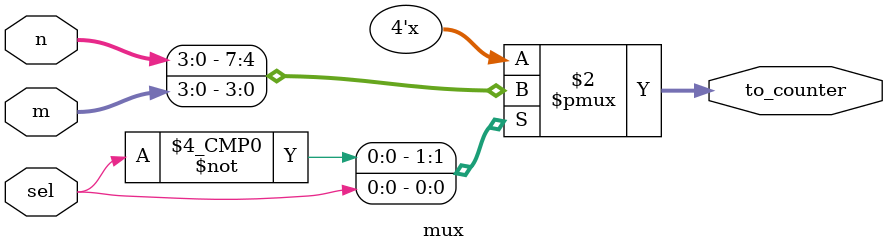
<source format=sv>
`timescale 1ns / 1ps
module mux    
    #(parameter N = 4)
    (
        input bit sel,
        input logic [N - 1:0] m,
        input logic [N - 1:0] n,
        output logic [N - 1:0] to_counter
    );
    
    always_comb
    begin
        case(sel)
            1'b0: to_counter <= n;
            1'b1: to_counter <= m;
            default: to_counter = 4'b1111;
        endcase
    end
endmodule

</source>
